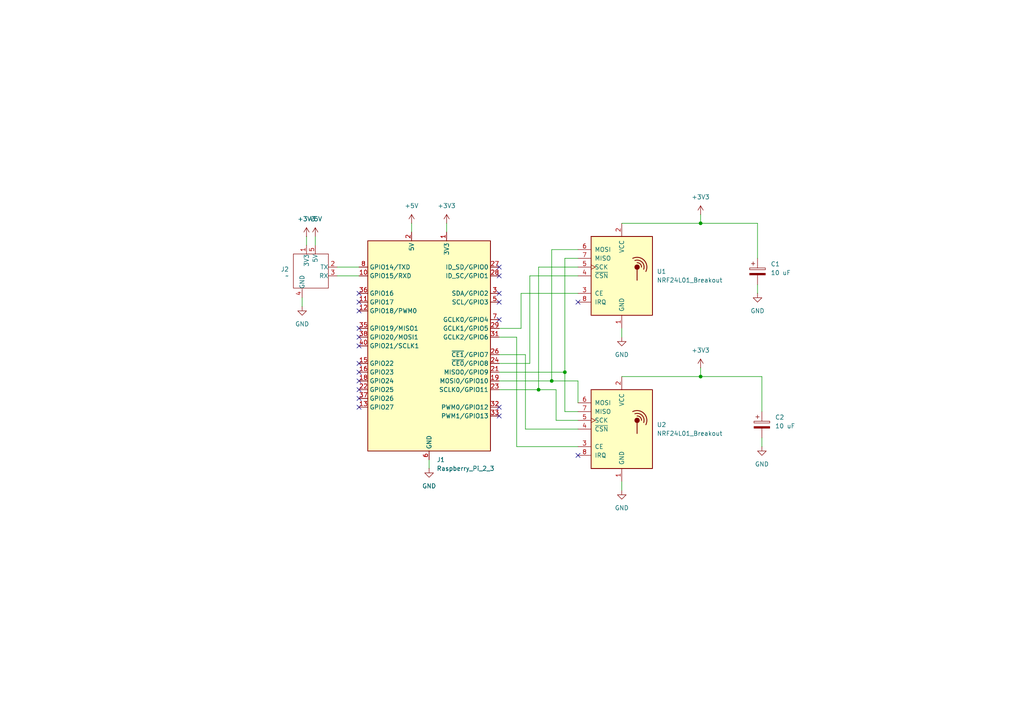
<source format=kicad_sch>
(kicad_sch (version 20231120) (generator "eeschema") (generator_version "8.0")
  (paper "A4")
  (lib_symbols
    (symbol "Connector:Raspberry_Pi_2_3"
      (property "Reference" "J" (at -17.78 31.75 0))
      (property "Value" "Raspberry_Pi_2_3" (at 10.16 -31.75 0))
      (symbol "Raspberry_Pi_2_3_0_1"
        (rectangle (start -17.78 30.48) (end 17.78 -30.48) (stroke (width 0.254)) (fill (type background)))
      )
      (symbol "Raspberry_Pi_2_3_1_1"
        (pin power_in line (at 5.08 33.02 270) (length 2.54) (name "3V3") (number "1"))
        (pin bidirectional line (at -20.32 20.32 0) (length 2.54) (name "GPIO15/RXD") (number "10"))
        (pin bidirectional line (at -20.32 12.7 0) (length 2.54) (name "GPIO17") (number "11"))
        (pin bidirectional line (at -20.32 10.16 0) (length 2.54) (name "GPIO18/PWM0") (number "12"))
        (pin bidirectional line (at -20.32 -17.78 0) (length 2.54) (name "GPIO27") (number "13"))
        (pin passive line (at 0 -33.02 90) (length 2.54) hide (name "GND") (number "14"))
        (pin bidirectional line (at -20.32 -5.08 0) (length 2.54) (name "GPIO22") (number "15"))
        (pin bidirectional line (at -20.32 -7.62 0) (length 2.54) (name "GPIO23") (number "16"))
        (pin passive line (at 5.08 33.02 270) (length 2.54) hide (name "3V3") (number "17"))
        (pin bidirectional line (at -20.32 -10.16 0) (length 2.54) (name "GPIO24") (number "18"))
        (pin bidirectional line (at 20.32 -10.16 180) (length 2.54) (name "MOSI0/GPIO10") (number "19"))
        (pin power_in line (at -5.08 33.02 270) (length 2.54) (name "5V") (number "2"))
        (pin passive line (at 0 -33.02 90) (length 2.54) hide (name "GND") (number "20"))
        (pin bidirectional line (at 20.32 -7.62 180) (length 2.54) (name "MISO0/GPIO9") (number "21"))
        (pin bidirectional line (at -20.32 -12.7 0) (length 2.54) (name "GPIO25") (number "22"))
        (pin bidirectional line (at 20.32 -12.7 180) (length 2.54) (name "SCLK0/GPIO11") (number "23"))
        (pin bidirectional line (at 20.32 -5.08 180) (length 2.54) (name "~{CE0}/GPIO8") (number "24"))
        (pin passive line (at 0 -33.02 90) (length 2.54) hide (name "GND") (number "25"))
        (pin bidirectional line (at 20.32 -2.54 180) (length 2.54) (name "~{CE1}/GPIO7") (number "26"))
        (pin bidirectional line (at 20.32 22.86 180) (length 2.54) (name "ID_SD/GPIO0") (number "27"))
        (pin bidirectional line (at 20.32 20.32 180) (length 2.54) (name "ID_SC/GPIO1") (number "28"))
        (pin bidirectional line (at 20.32 5.08 180) (length 2.54) (name "GCLK1/GPIO5") (number "29"))
        (pin bidirectional line (at 20.32 15.24 180) (length 2.54) (name "SDA/GPIO2") (number "3"))
        (pin passive line (at 0 -33.02 90) (length 2.54) hide (name "GND") (number "30"))
        (pin bidirectional line (at 20.32 2.54 180) (length 2.54) (name "GCLK2/GPIO6") (number "31"))
        (pin bidirectional line (at 20.32 -17.78 180) (length 2.54) (name "PWM0/GPIO12") (number "32"))
        (pin bidirectional line (at 20.32 -20.32 180) (length 2.54) (name "PWM1/GPIO13") (number "33"))
        (pin passive line (at 0 -33.02 90) (length 2.54) hide (name "GND") (number "34"))
        (pin bidirectional line (at -20.32 5.08 0) (length 2.54) (name "GPIO19/MISO1") (number "35"))
        (pin bidirectional line (at -20.32 15.24 0) (length 2.54) (name "GPIO16") (number "36"))
        (pin bidirectional line (at -20.32 -15.24 0) (length 2.54) (name "GPIO26") (number "37"))
        (pin bidirectional line (at -20.32 2.54 0) (length 2.54) (name "GPIO20/MOSI1") (number "38"))
        (pin passive line (at 0 -33.02 90) (length 2.54) hide (name "GND") (number "39"))
        (pin passive line (at -5.08 33.02 270) (length 2.54) hide (name "5V") (number "4"))
        (pin bidirectional line (at -20.32 0 0) (length 2.54) (name "GPIO21/SCLK1") (number "40"))
        (pin bidirectional line (at 20.32 12.7 180) (length 2.54) (name "SCL/GPIO3") (number "5"))
        (pin power_in line (at 0 -33.02 90) (length 2.54) (name "GND") (number "6"))
        (pin bidirectional line (at 20.32 7.62 180) (length 2.54) (name "GCLK0/GPIO4") (number "7"))
        (pin bidirectional line (at -20.32 22.86 0) (length 2.54) (name "GPIO14/TXD") (number "8"))
        (pin passive line (at 0 -33.02 90) (length 2.54) hide (name "GND") (number "9"))
      )
    )
    (symbol "Device:C_Polarized" (pin_numbers hide) (pin_names (offset 0.254))
      (property "Reference" "C" (at 0.635 2.54 0))
      (property "Value" "C_Polarized" (at 0.635 -2.54 0))
      (symbol "C_Polarized_0_1"
        (rectangle (start -2.286 0.508) (end 2.286 1.016))
        (polyline (pts (xy -1.778 2.286) (xy -0.762 2.286)))
        (polyline (pts (xy -1.27 2.794) (xy -1.27 1.778)))
        (rectangle (start 2.286 -0.508) (end -2.286 -1.016) (fill (type outline)))
      )
      (symbol "C_Polarized_1_1"
        (pin passive line (at 0 3.81 270) (length 2.794) (name "~") (number "1"))
        (pin passive line (at 0 -3.81 90) (length 2.794) (name "~") (number "2"))
      )
    )
    (symbol "RF:NRF24L01_Breakout" (pin_names (offset 1.016))
      (property "Reference" "U" (at -8.89 12.7 0))
      (property "Value" "NRF24L01_Breakout" (at 3.81 12.7 0))
      (symbol "NRF24L01_Breakout_0_1"
        (rectangle (start -8.89 11.43) (end 8.89 -11.43) (stroke (width 0.254)) (fill (type background)))
        (polyline (pts (xy 4.445 1.905) (xy 4.445 -1.27)) (stroke (width 0.254)))
        (circle (center 4.445 2.54) (radius 0.635) (stroke (width 0.254)) (fill (type outline)))
        (arc (start 5.715 2.54) (mid 5.3521 3.4546) (end 4.445 3.81) (stroke (width 0.254)))
        (arc (start 6.35 1.905) (mid 5.8763 3.9854) (end 3.81 4.445) (stroke (width 0.254)))
        (arc (start 6.985 1.27) (mid 6.453 4.548) (end 3.175 5.08) (stroke (width 0.254)))
      )
      (symbol "NRF24L01_Breakout_1_1"
        (pin power_in line (at 0 -15.24 90) (length 3.81) (name "GND") (number "1"))
        (pin power_in line (at 0 15.24 270) (length 3.81) (name "VCC") (number "2"))
        (pin input line (at -12.7 -5.08 0) (length 3.81) (name "CE") (number "3"))
        (pin input line (at -12.7 0 0) (length 3.81) (name "~{CSN}") (number "4"))
        (pin input clock (at -12.7 2.54 0) (length 3.81) (name "SCK") (number "5"))
        (pin input line (at -12.7 7.62 0) (length 3.81) (name "MOSI") (number "6"))
        (pin output line (at -12.7 5.08 0) (length 3.81) (name "MISO") (number "7"))
        (pin output line (at -12.7 -7.62 0) (length 3.81) (name "IRQ") (number "8"))
      )
    )
    (symbol "pcb_lib:UART" (pin_names (offset 0.0129))
      (property "Reference" "J" (at -0.762 0.762 0))
      (symbol "UART_0_1"
        (rectangle (start 0 0) (end 10.16 -9.906))
      )
      (symbol "UART_1_1"
        (pin power_out line (at 3.81 2.54 270) (length 2.54) (name "3V3") (number "1"))
        (pin output line (at 12.7 -3.81 180) (length 2.54) (name "TX") (number "2"))
        (pin input line (at 12.7 -6.35 180) (length 2.54) (name "RX") (number "3"))
        (pin power_out line (at 2.54 -12.7 90) (length 2.54) (name "GND") (number "4"))
        (pin power_out line (at 6.35 2.54 270) (length 2.54) (name "5V") (number "5"))
      )
    )
    (symbol "power:+3V3" (power) (pin_numbers hide) (pin_names (offset 0) hide)
      (property "Value" "+3V3" (at 0 3.556 0))
      (symbol "+3V3_0_1"
        (polyline (pts (xy -0.762 1.27) (xy 0 2.54)))
        (polyline (pts (xy 0 0) (xy 0 2.54)))
        (polyline (pts (xy 0 2.54) (xy 0.762 1.27)))
      )
      (symbol "+3V3_1_1"
        (pin power_in line (at 0 0 90) (length 0) (name "~") (number "1"))
      )
    )
    (symbol "power:+5V" (power) (pin_numbers hide) (pin_names (offset 0) hide)
      (property "Value" "+5V" (at 0 3.556 0))
      (symbol "+5V_0_1"
        (polyline (pts (xy -0.762 1.27) (xy 0 2.54)))
        (polyline (pts (xy 0 0) (xy 0 2.54)))
        (polyline (pts (xy 0 2.54) (xy 0.762 1.27)))
      )
      (symbol "+5V_1_1"
        (pin power_in line (at 0 0 90) (length 0) (name "~") (number "1"))
      )
    )
    (symbol "power:GND" (power) (pin_numbers hide) (pin_names (offset 0) hide)
      (property "Value" "GND" (at 0 -3.81 0))
      (symbol "GND_0_1"
        (polyline (pts (xy 0 0) (xy 0 -1.27) (xy 1.27 -1.27) (xy 0 -2.54) (xy -1.27 -1.27) (xy 0 -1.27)))
      )
      (symbol "GND_1_1"
        (pin power_in line (at 0 0 270) (length 0) (name "~") (number "1"))
      )
    )
  )
  (junction (at 160.02 110.49))
  (junction (at 163.83 107.95))
  (junction (at 203.2 109.22))
  (junction (at 156.21 113.03))
  (junction (at 203.2 64.77))
  (no_connect (at 104.14 110.49))
  (no_connect (at 144.78 80.01))
  (no_connect (at 104.14 118.11))
  (no_connect (at 144.78 87.63))
  (no_connect (at 104.14 87.63))
  (no_connect (at 144.78 92.71))
  (no_connect (at 104.14 100.33))
  (no_connect (at 104.14 115.57))
  (no_connect (at 104.14 107.95))
  (no_connect (at 104.14 113.03))
  (no_connect (at 104.14 95.25))
  (no_connect (at 167.64 132.08))
  (no_connect (at 167.64 87.63))
  (no_connect (at 104.14 85.09))
  (no_connect (at 144.78 77.47))
  (no_connect (at 104.14 97.79))
  (no_connect (at 104.14 90.17))
  (no_connect (at 144.78 85.09))
  (no_connect (at 144.78 118.11))
  (no_connect (at 104.14 105.41))
  (no_connect (at 144.78 120.65))
  (wire (pts (xy 87.63 86.36) (xy 87.63 88.9)))
  (wire (pts (xy 167.64 72.39) (xy 160.02 72.39)))
  (wire (pts (xy 153.67 105.41) (xy 153.67 80.01)))
  (wire (pts (xy 144.78 107.95) (xy 163.83 107.95)))
  (wire (pts (xy 203.2 62.23) (xy 203.2 64.77)))
  (wire (pts (xy 129.54 64.77) (xy 129.54 67.31)))
  (wire (pts (xy 119.38 64.77) (xy 119.38 67.31)))
  (wire (pts (xy 180.34 139.7) (xy 180.34 142.24)))
  (wire (pts (xy 156.21 77.47) (xy 156.21 113.03)))
  (wire (pts (xy 151.13 95.25) (xy 151.13 85.09)))
  (wire (pts (xy 124.46 133.35) (xy 124.46 135.89)))
  (wire (pts (xy 152.4 102.87) (xy 152.4 124.46)))
  (wire (pts (xy 219.71 82.55) (xy 219.71 85.09)))
  (wire (pts (xy 152.4 124.46) (xy 167.64 124.46)))
  (wire (pts (xy 160.02 110.49) (xy 167.64 110.49)))
  (wire (pts (xy 144.78 105.41) (xy 153.67 105.41)))
  (wire (pts (xy 203.2 106.68) (xy 203.2 109.22)))
  (wire (pts (xy 203.2 64.77) (xy 219.71 64.77)))
  (wire (pts (xy 167.64 74.93) (xy 163.83 74.93)))
  (wire (pts (xy 163.83 74.93) (xy 163.83 107.95)))
  (wire (pts (xy 97.79 80.01) (xy 104.14 80.01)))
  (wire (pts (xy 144.78 113.03) (xy 156.21 113.03)))
  (wire (pts (xy 161.29 121.92) (xy 167.64 121.92)))
  (wire (pts (xy 167.64 110.49) (xy 167.64 116.84)))
  (wire (pts (xy 153.67 80.01) (xy 167.64 80.01)))
  (wire (pts (xy 144.78 97.79) (xy 149.86 97.79)))
  (wire (pts (xy 144.78 110.49) (xy 160.02 110.49)))
  (wire (pts (xy 219.71 64.77) (xy 219.71 74.93)))
  (wire (pts (xy 91.44 68.58) (xy 91.44 71.12)))
  (wire (pts (xy 220.98 127) (xy 220.98 129.54)))
  (wire (pts (xy 151.13 85.09) (xy 167.64 85.09)))
  (wire (pts (xy 163.83 107.95) (xy 163.83 119.38)))
  (wire (pts (xy 220.98 109.22) (xy 220.98 119.38)))
  (wire (pts (xy 180.34 109.22) (xy 203.2 109.22)))
  (wire (pts (xy 180.34 64.77) (xy 203.2 64.77)))
  (wire (pts (xy 156.21 113.03) (xy 161.29 113.03)))
  (wire (pts (xy 160.02 72.39) (xy 160.02 110.49)))
  (wire (pts (xy 97.79 77.47) (xy 104.14 77.47)))
  (wire (pts (xy 88.9 68.58) (xy 88.9 71.12)))
  (wire (pts (xy 167.64 77.47) (xy 156.21 77.47)))
  (wire (pts (xy 163.83 119.38) (xy 167.64 119.38)))
  (wire (pts (xy 144.78 102.87) (xy 152.4 102.87)))
  (wire (pts (xy 161.29 113.03) (xy 161.29 121.92)))
  (wire (pts (xy 144.78 95.25) (xy 151.13 95.25)))
  (wire (pts (xy 149.86 129.54) (xy 167.64 129.54)))
  (wire (pts (xy 149.86 97.79) (xy 149.86 129.54)))
  (wire (pts (xy 203.2 109.22) (xy 220.98 109.22)))
  (wire (pts (xy 180.34 95.25) (xy 180.34 97.79)))
  (symbol (lib_id "power:+5V") (at 119.38 64.77 0) (unit 1)
    (property "Reference" "#PWR02" (effects (hide yes)))
    (property "Value" "+5V" (at 119.38 59.69 0))
    (property "Description" "Power symbol creates a global label with name \"+5V\"" (effects (hide yes)))
  )
  (symbol (lib_id "power:GND") (at 220.98 129.54 0) (unit 1)
    (property "Reference" "#PWR07" (effects (hide yes)))
    (property "Value" "GND" (at 220.98 134.62 0))
    (property "Description" "Power symbol creates a global label with name \"GND\" , ground" (effects (hide yes)))
  )
  (symbol (lib_id "power:+3V3") (at 88.9 68.58 0) (unit 1)
    (property "Reference" "#PWR012" (effects (hide yes)))
    (property "Value" "+3V3" (at 88.9 63.5 0))
    (property "Description" "Power symbol creates a global label with name \"+3V3\"" (effects (hide yes)))
  )
  (symbol (lib_id "RF:NRF24L01_Breakout") (at 180.34 124.46 0) (unit 1)
    (property "Reference" "U2" (at 190.5 123.1899 0) (effects (justify left)))
    (property "Value" "NRF24L01_Breakout" (at 190.5 125.7299 0) (effects (justify left)))
    (property "Footprint" "RF_Module:nRF24L01_Breakout" (effects (hide yes)))
    (property "Datasheet" "http://www.nordicsemi.com/eng/content/download/2730/34105/file/nRF24L01_Product_Specification_v2_0.pdf" (effects (hide yes)))
    (property "Description" "Ultra low power 2.4GHz RF Transceiver, Carrier PCB" (effects (hide yes)))
  )
  (symbol (lib_id "Device:C_Polarized") (at 220.98 123.19 0) (unit 1)
    (property "Reference" "C2" (at 224.79 121.0309 0) (effects (justify left)))
    (property "Value" "10 uF" (at 224.79 123.5709 0) (effects (justify left)))
    (property "Footprint" "Capacitor_SMD:CP_Elec_4x5.4" (effects (hide yes)))
    (property "Description" "Polarized capacitor" (effects (hide yes)))
  )
  (symbol (lib_id "power:GND") (at 180.34 142.24 0) (unit 1)
    (property "Reference" "#PWR04" (effects (hide yes)))
    (property "Value" "GND" (at 180.34 147.32 0))
    (property "Description" "Power symbol creates a global label with name \"GND\" , ground" (effects (hide yes)))
  )
  (symbol (lib_id "power:GND") (at 180.34 97.79 0) (unit 1)
    (property "Reference" "#PWR05" (effects (hide yes)))
    (property "Value" "GND" (at 180.34 102.87 0))
    (property "Description" "Power symbol creates a global label with name \"GND\" , ground" (effects (hide yes)))
  )
  (symbol (lib_id "power:+3V3") (at 203.2 106.68 0) (unit 1)
    (property "Reference" "#PWR010" (effects (hide yes)))
    (property "Value" "+3V3" (at 203.2 101.6 0))
    (property "Description" "Power symbol creates a global label with name \"+3V3\"" (effects (hide yes)))
  )
  (symbol (lib_id "power:+3V3") (at 129.54 64.77 0) (unit 1)
    (property "Reference" "#PWR013" (effects (hide yes)))
    (property "Value" "+3V3" (at 129.54 59.69 0))
    (property "Description" "Power symbol creates a global label with name \"+3V3\"" (effects (hide yes)))
  )
  (symbol (lib_id "power:GND") (at 124.46 135.89 0) (unit 1)
    (property "Reference" "#PWR01" (effects (hide yes)))
    (property "Value" "GND" (at 124.46 140.97 0))
    (property "Description" "Power symbol creates a global label with name \"GND\" , ground" (effects (hide yes)))
  )
  (symbol (lib_id "power:+5V") (at 91.44 68.58 0) (unit 1)
    (property "Reference" "#PWR09" (effects (hide yes)))
    (property "Value" "+5V" (at 91.44 63.5 0))
    (property "Description" "Power symbol creates a global label with name \"+5V\"" (effects (hide yes)))
  )
  (symbol (lib_id "power:+3V3") (at 203.2 62.23 0) (unit 1)
    (property "Reference" "#PWR011" (effects (hide yes)))
    (property "Value" "+3V3" (at 203.2 57.15 0))
    (property "Description" "Power symbol creates a global label with name \"+3V3\"" (effects (hide yes)))
  )
  (symbol (lib_id "power:GND") (at 87.63 88.9 0) (unit 1)
    (property "Reference" "#PWR08" (effects (hide yes)))
    (property "Value" "GND" (at 87.63 93.98 0))
    (property "Description" "Power symbol creates a global label with name \"GND\" , ground" (effects (hide yes)))
  )
  (symbol (lib_id "RF:NRF24L01_Breakout") (at 180.34 80.01 0) (unit 1)
    (property "Reference" "U1" (at 190.5 78.7399 0) (effects (justify left)))
    (property "Value" "NRF24L01_Breakout" (at 190.5 81.2799 0) (effects (justify left)))
    (property "Footprint" "RF_Module:nRF24L01_Breakout" (effects (hide yes)))
    (property "Datasheet" "http://www.nordicsemi.com/eng/content/download/2730/34105/file/nRF24L01_Product_Specification_v2_0.pdf" (effects (hide yes)))
    (property "Description" "Ultra low power 2.4GHz RF Transceiver, Carrier PCB" (effects (hide yes)))
  )
  (symbol (lib_id "Connector:Raspberry_Pi_2_3") (at 124.46 100.33 0) (unit 1)
    (property "Reference" "J1" (at 126.6541 133.35 0) (effects (justify left)))
    (property "Value" "Raspberry_Pi_2_3" (at 126.6541 135.89 0) (effects (justify left)))
    (property "Footprint" "Connector_PinSocket_2.54mm:PinSocket_2x20_P2.54mm_Vertical" (effects (hide yes)))
    (property "Datasheet" "https://www.raspberrypi.org/documentation/hardware/raspberrypi/schematics/rpi_SCH_3bplus_1p0_reduced.pdf" (effects (hide yes)))
    (property "Description" "expansion header for Raspberry Pi 2 & 3" (effects (hide yes)))
  )
  (symbol (lib_id "power:GND") (at 219.71 85.09 0) (unit 1)
    (property "Reference" "#PWR06" (effects (hide yes)))
    (property "Value" "GND" (at 219.71 90.17 0))
    (property "Description" "Power symbol creates a global label with name \"GND\" , ground" (effects (hide yes)))
  )
  (symbol (lib_id "pcb_lib:UART") (at 85.09 73.66 0) (unit 1)
    (property "Reference" "J2" (at 83.82 78.1049 0) (effects (justify right)))
    (property "Value" "~" (at 83.82 80.01 0) (effects (justify right)))
    (property "Footprint" "Connector_PinSocket_2.54mm:PinSocket_1x05_P2.54mm_Horizontal" (effects (hide yes)))
  )
  (symbol (lib_id "Device:C_Polarized") (at 219.71 78.74 0) (unit 1)
    (property "Reference" "C1" (at 223.52 76.5809 0) (effects (justify left)))
    (property "Value" "10 uF" (at 223.52 79.1209 0) (effects (justify left)))
    (property "Footprint" "Capacitor_SMD:CP_Elec_4x5.4" (effects (hide yes)))
    (property "Description" "Polarized capacitor" (effects (hide yes)))
  )
)
</source>
